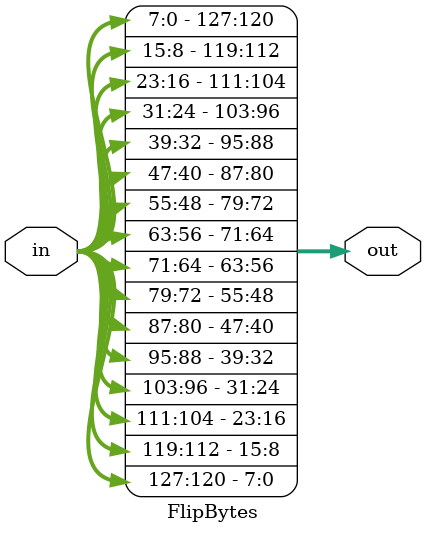
<source format=v>

module FlipBytes #(parameter NB = 8'd128, BYTE = 4'd8) (input [NB-1:0] in, output [NB-1:0] out);
    genvar i;
    generate
    for(i=0; i < NB/BYTE ; i=i+1) begin : byte
        assign out[(BYTE*i)+:BYTE] = in[(NB-1-BYTE*i)-:BYTE];
    end
    endgenerate
endmodule
</source>
